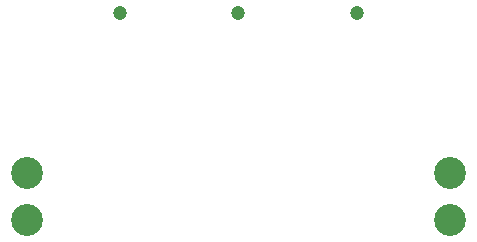
<source format=gbs>
G04 Layer_Color=16711935*
%FSLAX44Y44*%
%MOMM*%
G71*
G01*
G75*
%ADD29C,2.7000*%
%ADD30C,1.2000*%
D29*
X21250Y99250D02*
D03*
Y139250D02*
D03*
X378750D02*
D03*
Y99250D02*
D03*
D30*
X300000Y275000D02*
D03*
X200000D02*
D03*
X100000D02*
D03*
M02*

</source>
